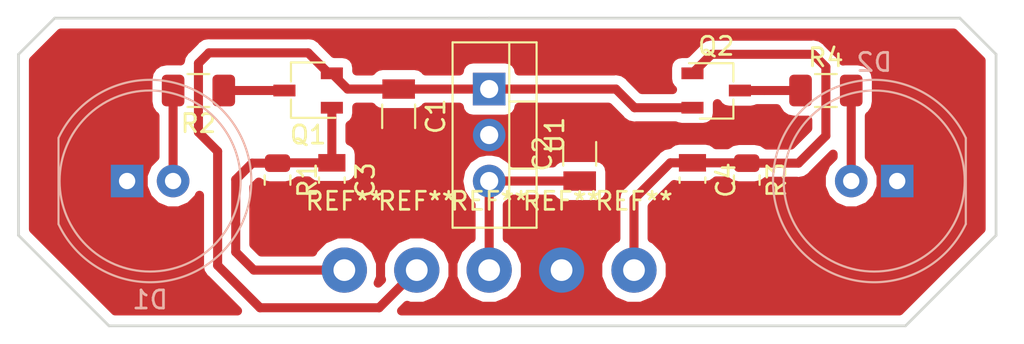
<source format=kicad_pcb>
(kicad_pcb (version 20171130) (host pcbnew "(5.0.0)")

  (general
    (thickness 1.6)
    (drawings 9)
    (tracks 72)
    (zones 0)
    (modules 18)
    (nets 10)
  )

  (page A4)
  (layers
    (0 F.Cu signal)
    (31 B.Cu signal)
    (32 B.Adhes user)
    (33 F.Adhes user)
    (34 B.Paste user)
    (35 F.Paste user)
    (36 B.SilkS user)
    (37 F.SilkS user)
    (38 B.Mask user)
    (39 F.Mask user)
    (40 Dwgs.User user)
    (41 Cmts.User user)
    (42 Eco1.User user)
    (43 Eco2.User user)
    (44 Edge.Cuts user)
    (45 Margin user)
    (46 B.CrtYd user)
    (47 F.CrtYd user)
    (48 B.Fab user)
    (49 F.Fab user)
  )

  (setup
    (last_trace_width 0.5)
    (trace_clearance 0.5)
    (zone_clearance 0.508)
    (zone_45_only no)
    (trace_min 0.2)
    (segment_width 0.2)
    (edge_width 0.15)
    (via_size 0.8)
    (via_drill 0.4)
    (via_min_size 0.4)
    (via_min_drill 0.3)
    (uvia_size 0.3)
    (uvia_drill 0.1)
    (uvias_allowed no)
    (uvia_min_size 0.2)
    (uvia_min_drill 0.1)
    (pcb_text_width 0.3)
    (pcb_text_size 1.5 1.5)
    (mod_edge_width 0.15)
    (mod_text_size 1 1)
    (mod_text_width 0.15)
    (pad_size 2.49936 2.49936)
    (pad_drill 1.2)
    (pad_to_mask_clearance 0.2)
    (aux_axis_origin 0 0)
    (visible_elements 7FFFFFFF)
    (pcbplotparams
      (layerselection 0x01000_ffffffff)
      (usegerberextensions false)
      (usegerberattributes false)
      (usegerberadvancedattributes false)
      (creategerberjobfile false)
      (excludeedgelayer true)
      (linewidth 0.100000)
      (plotframeref false)
      (viasonmask false)
      (mode 1)
      (useauxorigin false)
      (hpglpennumber 1)
      (hpglpenspeed 20)
      (hpglpendiameter 15.000000)
      (psnegative false)
      (psa4output false)
      (plotreference false)
      (plotvalue false)
      (plotinvisibletext false)
      (padsonsilk true)
      (subtractmaskfromsilk false)
      (outputformat 1)
      (mirror false)
      (drillshape 0)
      (scaleselection 1)
      (outputdirectory "gerber/"))
  )

  (net 0 "")
  (net 1 GND)
  (net 2 "Net-(D1-Pad2)")
  (net 3 "Net-(D2-Pad2)")
  (net 4 +12V)
  (net 5 /IMD)
  (net 6 /BMS)
  (net 7 "Net-(Q1-Pad3)")
  (net 8 "Net-(Q2-Pad3)")
  (net 9 +5V)

  (net_class Default "Questo è il gruppo di collegamenti predefinito"
    (clearance 0.5)
    (trace_width 0.5)
    (via_dia 0.8)
    (via_drill 0.4)
    (uvia_dia 0.3)
    (uvia_drill 0.1)
    (add_net +12V)
    (add_net +5V)
    (add_net /BMS)
    (add_net /IMD)
    (add_net GND)
    (add_net "Net-(D1-Pad2)")
    (add_net "Net-(D2-Pad2)")
    (add_net "Net-(Q1-Pad3)")
    (add_net "Net-(Q2-Pad3)")
  )

  (module Capacitor_SMD:C_0805_2012Metric (layer F.Cu) (tedit 59FE48B8) (tstamp 5B6C4C2B)
    (at 151.23 109.95 270)
    (descr "Capacitor SMD 0805 (2012 Metric), square (rectangular) end terminal, IPC_7351 nominal, (Body size source: http://www.tortai-tech.com/upload/download/2011102023233369053.pdf), generated with kicad-footprint-generator")
    (tags capacitor)
    (path /5B6BF9C0)
    (attr smd)
    (fp_text reference C4 (at 0 -1.85 270) (layer F.SilkS)
      (effects (font (size 1 1) (thickness 0.15)))
    )
    (fp_text value 100n (at 0 1.85 270) (layer F.Fab)
      (effects (font (size 1 1) (thickness 0.15)))
    )
    (fp_text user %R (at 0 0 270) (layer F.Fab)
      (effects (font (size 0.5 0.5) (thickness 0.08)))
    )
    (fp_line (start 1.69 1) (end -1.69 1) (layer F.CrtYd) (width 0.05))
    (fp_line (start 1.69 -1) (end 1.69 1) (layer F.CrtYd) (width 0.05))
    (fp_line (start -1.69 -1) (end 1.69 -1) (layer F.CrtYd) (width 0.05))
    (fp_line (start -1.69 1) (end -1.69 -1) (layer F.CrtYd) (width 0.05))
    (fp_line (start -0.15 0.71) (end 0.15 0.71) (layer F.SilkS) (width 0.12))
    (fp_line (start -0.15 -0.71) (end 0.15 -0.71) (layer F.SilkS) (width 0.12))
    (fp_line (start 1 0.6) (end -1 0.6) (layer F.Fab) (width 0.1))
    (fp_line (start 1 -0.6) (end 1 0.6) (layer F.Fab) (width 0.1))
    (fp_line (start -1 -0.6) (end 1 -0.6) (layer F.Fab) (width 0.1))
    (fp_line (start -1 0.6) (end -1 -0.6) (layer F.Fab) (width 0.1))
    (pad 2 smd rect (at 0.955 0 270) (size 0.97 1.5) (layers F.Cu F.Paste F.Mask)
      (net 1 GND))
    (pad 1 smd rect (at -0.955 0 270) (size 0.97 1.5) (layers F.Cu F.Paste F.Mask)
      (net 6 /BMS))
    (model ${KISYS3DMOD}/Capacitor_SMD.3dshapes/C_0805_2012Metric.step
      (at (xyz 0 0 0))
      (scale (xyz 1 1 1))
      (rotate (xyz 0 0 0))
    )
  )

  (module Capacitor_SMD:C_1206_3216Metric (layer F.Cu) (tedit 59FE48B8) (tstamp 5B6C4FB8)
    (at 145 108.495 90)
    (descr "Capacitor SMD 1206 (3216 Metric), square (rectangular) end terminal, IPC_7351 nominal, (Body size source: http://www.tortai-tech.com/upload/download/2011102023233369053.pdf), generated with kicad-footprint-generator")
    (tags capacitor)
    (path /5B5F6C5E)
    (attr smd)
    (fp_text reference C2 (at 0 -2.05 90) (layer F.SilkS)
      (effects (font (size 1 1) (thickness 0.15)))
    )
    (fp_text value 22u (at 0 2.05 90) (layer F.Fab)
      (effects (font (size 1 1) (thickness 0.15)))
    )
    (fp_text user %R (at 0 0 90) (layer F.Fab)
      (effects (font (size 0.8 0.8) (thickness 0.12)))
    )
    (fp_line (start 2.29 1.15) (end -2.29 1.15) (layer F.CrtYd) (width 0.05))
    (fp_line (start 2.29 -1.15) (end 2.29 1.15) (layer F.CrtYd) (width 0.05))
    (fp_line (start -2.29 -1.15) (end 2.29 -1.15) (layer F.CrtYd) (width 0.05))
    (fp_line (start -2.29 1.15) (end -2.29 -1.15) (layer F.CrtYd) (width 0.05))
    (fp_line (start -0.65 0.91) (end 0.65 0.91) (layer F.SilkS) (width 0.12))
    (fp_line (start -0.65 -0.91) (end 0.65 -0.91) (layer F.SilkS) (width 0.12))
    (fp_line (start 1.6 0.8) (end -1.6 0.8) (layer F.Fab) (width 0.1))
    (fp_line (start 1.6 -0.8) (end 1.6 0.8) (layer F.Fab) (width 0.1))
    (fp_line (start -1.6 -0.8) (end 1.6 -0.8) (layer F.Fab) (width 0.1))
    (fp_line (start -1.6 0.8) (end -1.6 -0.8) (layer F.Fab) (width 0.1))
    (pad 2 smd rect (at 1.505 0 90) (size 1.07 1.8) (layers F.Cu F.Paste F.Mask)
      (net 1 GND))
    (pad 1 smd rect (at -1.505 0 90) (size 1.07 1.8) (layers F.Cu F.Paste F.Mask)
      (net 9 +5V))
    (model ${KISYS3DMOD}/Capacitor_SMD.3dshapes/C_1206_3216Metric.step
      (at (xyz 0 0 0))
      (scale (xyz 1 1 1))
      (rotate (xyz 0 0 0))
    )
  )

  (module Capacitor_SMD:C_0805_2012Metric (layer F.Cu) (tedit 59FE48B8) (tstamp 5B6C4405)
    (at 131.31 109.95 270)
    (descr "Capacitor SMD 0805 (2012 Metric), square (rectangular) end terminal, IPC_7351 nominal, (Body size source: http://www.tortai-tech.com/upload/download/2011102023233369053.pdf), generated with kicad-footprint-generator")
    (tags capacitor)
    (path /5B6BF373)
    (attr smd)
    (fp_text reference C3 (at 0 -1.85 270) (layer F.SilkS)
      (effects (font (size 1 1) (thickness 0.15)))
    )
    (fp_text value 100n (at 0 1.85 270) (layer F.Fab)
      (effects (font (size 1 1) (thickness 0.15)))
    )
    (fp_line (start -1 0.6) (end -1 -0.6) (layer F.Fab) (width 0.1))
    (fp_line (start -1 -0.6) (end 1 -0.6) (layer F.Fab) (width 0.1))
    (fp_line (start 1 -0.6) (end 1 0.6) (layer F.Fab) (width 0.1))
    (fp_line (start 1 0.6) (end -1 0.6) (layer F.Fab) (width 0.1))
    (fp_line (start -0.15 -0.71) (end 0.15 -0.71) (layer F.SilkS) (width 0.12))
    (fp_line (start -0.15 0.71) (end 0.15 0.71) (layer F.SilkS) (width 0.12))
    (fp_line (start -1.69 1) (end -1.69 -1) (layer F.CrtYd) (width 0.05))
    (fp_line (start -1.69 -1) (end 1.69 -1) (layer F.CrtYd) (width 0.05))
    (fp_line (start 1.69 -1) (end 1.69 1) (layer F.CrtYd) (width 0.05))
    (fp_line (start 1.69 1) (end -1.69 1) (layer F.CrtYd) (width 0.05))
    (fp_text user %R (at 0 0 270) (layer F.Fab)
      (effects (font (size 0.5 0.5) (thickness 0.08)))
    )
    (pad 1 smd rect (at -0.955 0 270) (size 0.97 1.5) (layers F.Cu F.Paste F.Mask)
      (net 5 /IMD))
    (pad 2 smd rect (at 0.955 0 270) (size 0.97 1.5) (layers F.Cu F.Paste F.Mask)
      (net 1 GND))
    (model ${KISYS3DMOD}/Capacitor_SMD.3dshapes/C_0805_2012Metric.step
      (at (xyz 0 0 0))
      (scale (xyz 1 1 1))
      (rotate (xyz 0 0 0))
    )
  )

  (module Package_TO_SOT_THT:TO-220-3_Vertical (layer F.Cu) (tedit 5A02FF81) (tstamp 5B6C4EBD)
    (at 140 104.92 270)
    (descr "TO-220-3, Vertical, RM 2.54mm")
    (tags "TO-220-3 Vertical RM 2.54mm")
    (path /5B5F4E90)
    (fp_text reference U1 (at 2.54 -3.62 270) (layer F.SilkS)
      (effects (font (size 1 1) (thickness 0.15)))
    )
    (fp_text value VXO7805-500 (at 2.54 3.92 270) (layer F.Fab)
      (effects (font (size 1 1) (thickness 0.15)))
    )
    (fp_text user %R (at 2.54 -3.62 270) (layer F.Fab)
      (effects (font (size 1 1) (thickness 0.15)))
    )
    (fp_line (start -2.46 -2.5) (end -2.46 1.9) (layer F.Fab) (width 0.1))
    (fp_line (start -2.46 1.9) (end 7.54 1.9) (layer F.Fab) (width 0.1))
    (fp_line (start 7.54 1.9) (end 7.54 -2.5) (layer F.Fab) (width 0.1))
    (fp_line (start 7.54 -2.5) (end -2.46 -2.5) (layer F.Fab) (width 0.1))
    (fp_line (start -2.46 -1.23) (end 7.54 -1.23) (layer F.Fab) (width 0.1))
    (fp_line (start 0.69 -2.5) (end 0.69 -1.23) (layer F.Fab) (width 0.1))
    (fp_line (start 4.39 -2.5) (end 4.39 -1.23) (layer F.Fab) (width 0.1))
    (fp_line (start -2.58 -2.62) (end 7.66 -2.62) (layer F.SilkS) (width 0.12))
    (fp_line (start -2.58 2.021) (end 7.66 2.021) (layer F.SilkS) (width 0.12))
    (fp_line (start -2.58 -2.62) (end -2.58 2.021) (layer F.SilkS) (width 0.12))
    (fp_line (start 7.66 -2.62) (end 7.66 2.021) (layer F.SilkS) (width 0.12))
    (fp_line (start -2.58 -1.11) (end 7.66 -1.11) (layer F.SilkS) (width 0.12))
    (fp_line (start 0.69 -2.62) (end 0.69 -1.11) (layer F.SilkS) (width 0.12))
    (fp_line (start 4.391 -2.62) (end 4.391 -1.11) (layer F.SilkS) (width 0.12))
    (fp_line (start -2.71 -2.75) (end -2.71 2.16) (layer F.CrtYd) (width 0.05))
    (fp_line (start -2.71 2.16) (end 7.79 2.16) (layer F.CrtYd) (width 0.05))
    (fp_line (start 7.79 2.16) (end 7.79 -2.75) (layer F.CrtYd) (width 0.05))
    (fp_line (start 7.79 -2.75) (end -2.71 -2.75) (layer F.CrtYd) (width 0.05))
    (pad 1 thru_hole rect (at 0 0 270) (size 1.8 1.8) (drill 1) (layers *.Cu *.Mask)
      (net 4 +12V))
    (pad 2 thru_hole oval (at 2.54 0 270) (size 1.8 1.8) (drill 1) (layers *.Cu *.Mask)
      (net 1 GND))
    (pad 3 thru_hole oval (at 5.08 0 270) (size 1.8 1.8) (drill 1) (layers *.Cu *.Mask)
      (net 9 +5V))
  )

  (module Capacitor_SMD:C_1206_3216Metric (layer F.Cu) (tedit 59FE48B8) (tstamp 5B6C43E3)
    (at 135 106.425 270)
    (descr "Capacitor SMD 1206 (3216 Metric), square (rectangular) end terminal, IPC_7351 nominal, (Body size source: http://www.tortai-tech.com/upload/download/2011102023233369053.pdf), generated with kicad-footprint-generator")
    (tags capacitor)
    (path /5B5F67CA)
    (attr smd)
    (fp_text reference C1 (at 0 -2.05 270) (layer F.SilkS)
      (effects (font (size 1 1) (thickness 0.15)))
    )
    (fp_text value 10u (at 0 2.05 270) (layer F.Fab)
      (effects (font (size 1 1) (thickness 0.15)))
    )
    (fp_line (start -1.6 0.8) (end -1.6 -0.8) (layer F.Fab) (width 0.1))
    (fp_line (start -1.6 -0.8) (end 1.6 -0.8) (layer F.Fab) (width 0.1))
    (fp_line (start 1.6 -0.8) (end 1.6 0.8) (layer F.Fab) (width 0.1))
    (fp_line (start 1.6 0.8) (end -1.6 0.8) (layer F.Fab) (width 0.1))
    (fp_line (start -0.65 -0.91) (end 0.65 -0.91) (layer F.SilkS) (width 0.12))
    (fp_line (start -0.65 0.91) (end 0.65 0.91) (layer F.SilkS) (width 0.12))
    (fp_line (start -2.29 1.15) (end -2.29 -1.15) (layer F.CrtYd) (width 0.05))
    (fp_line (start -2.29 -1.15) (end 2.29 -1.15) (layer F.CrtYd) (width 0.05))
    (fp_line (start 2.29 -1.15) (end 2.29 1.15) (layer F.CrtYd) (width 0.05))
    (fp_line (start 2.29 1.15) (end -2.29 1.15) (layer F.CrtYd) (width 0.05))
    (fp_text user %R (at 0 0 270) (layer F.Fab)
      (effects (font (size 0.8 0.8) (thickness 0.12)))
    )
    (pad 1 smd rect (at -1.505 0 270) (size 1.07 1.8) (layers F.Cu F.Paste F.Mask)
      (net 4 +12V))
    (pad 2 smd rect (at 1.505 0 270) (size 1.07 1.8) (layers F.Cu F.Paste F.Mask)
      (net 1 GND))
    (model ${KISYS3DMOD}/Capacitor_SMD.3dshapes/C_1206_3216Metric.step
      (at (xyz 0 0 0))
      (scale (xyz 1 1 1))
      (rotate (xyz 0 0 0))
    )
  )

  (module LED_THT:LED_D10.0mm (layer B.Cu) (tedit 587A3A7B) (tstamp 5B6C418D)
    (at 120 110)
    (descr "LED, diameter 10.0mm, 2 pins, http://cdn-reichelt.de/documents/datenblatt/A500/LED10-4500RT%23KIN.pdf")
    (tags "LED diameter 10.0mm 2 pins")
    (path /5B5AEA72)
    (fp_text reference D1 (at 1.27 6.56) (layer B.SilkS)
      (effects (font (size 1 1) (thickness 0.15)) (justify mirror))
    )
    (fp_text value SSL-LX100133SRC/E (at 1.27 -6.56) (layer B.Fab)
      (effects (font (size 1 1) (thickness 0.15)) (justify mirror))
    )
    (fp_arc (start 1.27 0) (end -3.73 2.291288) (angle -310.8) (layer B.Fab) (width 0.1))
    (fp_arc (start 1.27 0) (end -3.79 2.375816) (angle -154.8) (layer B.SilkS) (width 0.12))
    (fp_arc (start 1.27 0) (end -3.79 -2.375816) (angle 154.8) (layer B.SilkS) (width 0.12))
    (fp_circle (center 1.27 0) (end 6.27 0) (layer B.Fab) (width 0.1))
    (fp_circle (center 1.27 0) (end 6.27 0) (layer B.SilkS) (width 0.12))
    (fp_line (start -3.73 2.291288) (end -3.73 -2.291288) (layer B.Fab) (width 0.1))
    (fp_line (start -3.79 2.376) (end -3.79 -2.376) (layer B.SilkS) (width 0.12))
    (fp_line (start -4.55 5.85) (end -4.55 -5.85) (layer B.CrtYd) (width 0.05))
    (fp_line (start -4.55 -5.85) (end 7.1 -5.85) (layer B.CrtYd) (width 0.05))
    (fp_line (start 7.1 -5.85) (end 7.1 5.85) (layer B.CrtYd) (width 0.05))
    (fp_line (start 7.1 5.85) (end -4.55 5.85) (layer B.CrtYd) (width 0.05))
    (pad 1 thru_hole rect (at 0 0) (size 1.8 1.8) (drill 0.9) (layers *.Cu *.Mask)
      (net 1 GND))
    (pad 2 thru_hole circle (at 2.54 0) (size 1.8 1.8) (drill 0.9) (layers *.Cu *.Mask)
      (net 2 "Net-(D1-Pad2)"))
    (model ${KISYS3DMOD}/LED_THT.3dshapes/LED_D10.0mm.step
      (offset (xyz 0 0 -2))
      (scale (xyz 1 1 1))
      (rotate (xyz 0 0 0))
    )
  )

  (module LED_THT:LED_D10.0mm (layer B.Cu) (tedit 587A3A7B) (tstamp 5B5EC5D1)
    (at 162.54 110 180)
    (descr "LED, diameter 10.0mm, 2 pins, http://cdn-reichelt.de/documents/datenblatt/A500/LED10-4500RT%23KIN.pdf")
    (tags "LED diameter 10.0mm 2 pins")
    (path /5B5AEFC6)
    (fp_text reference D2 (at 1.27 6.56 180) (layer B.SilkS)
      (effects (font (size 1 1) (thickness 0.15)) (justify mirror))
    )
    (fp_text value SSL-LX100133SRC/E (at 1.27 -6.56 180) (layer B.Fab)
      (effects (font (size 1 1) (thickness 0.15)) (justify mirror))
    )
    (fp_line (start 7.1 5.85) (end -4.55 5.85) (layer B.CrtYd) (width 0.05))
    (fp_line (start 7.1 -5.85) (end 7.1 5.85) (layer B.CrtYd) (width 0.05))
    (fp_line (start -4.55 -5.85) (end 7.1 -5.85) (layer B.CrtYd) (width 0.05))
    (fp_line (start -4.55 5.85) (end -4.55 -5.85) (layer B.CrtYd) (width 0.05))
    (fp_line (start -3.79 2.376) (end -3.79 -2.376) (layer B.SilkS) (width 0.12))
    (fp_line (start -3.73 2.291288) (end -3.73 -2.291288) (layer B.Fab) (width 0.1))
    (fp_circle (center 1.27 0) (end 6.27 0) (layer B.SilkS) (width 0.12))
    (fp_circle (center 1.27 0) (end 6.27 0) (layer B.Fab) (width 0.1))
    (fp_arc (start 1.27 0) (end -3.79 -2.375816) (angle 154.8) (layer B.SilkS) (width 0.12))
    (fp_arc (start 1.27 0) (end -3.79 2.375816) (angle -154.8) (layer B.SilkS) (width 0.12))
    (fp_arc (start 1.27 0) (end -3.73 2.291288) (angle -310.8) (layer B.Fab) (width 0.1))
    (pad 2 thru_hole circle (at 2.54 0 180) (size 1.8 1.8) (drill 0.9) (layers *.Cu *.Mask)
      (net 3 "Net-(D2-Pad2)"))
    (pad 1 thru_hole rect (at 0 0 180) (size 1.8 1.8) (drill 0.9) (layers *.Cu *.Mask)
      (net 1 GND))
    (model ${KISYS3DMOD}/LED_THT.3dshapes/LED_D10.0mm.step
      (offset (xyz 0 0 -2))
      (scale (xyz 1 1 1))
      (rotate (xyz 0 0 0))
    )
  )

  (module Package_TO_SOT_SMD:TSOT-23 (layer F.Cu) (tedit 5A02FF57) (tstamp 5B5EC5F3)
    (at 130 105 180)
    (descr "3-pin TSOT23 package, http://www.analog.com.tw/pdf/All_In_One.pdf")
    (tags TSOT-23)
    (path /5B5AE784)
    (attr smd)
    (fp_text reference Q1 (at 0 -2.45 180) (layer F.SilkS)
      (effects (font (size 1 1) (thickness 0.15)))
    )
    (fp_text value TSM3401 (at 0 2.5 180) (layer F.Fab)
      (effects (font (size 1 1) (thickness 0.15)))
    )
    (fp_text user %R (at 0 0 270) (layer F.Fab)
      (effects (font (size 0.5 0.5) (thickness 0.075)))
    )
    (fp_line (start 0.95 0.5) (end 0.95 1.55) (layer F.SilkS) (width 0.12))
    (fp_line (start 0.95 1.55) (end -0.9 1.55) (layer F.SilkS) (width 0.12))
    (fp_line (start 0.95 -1.5) (end 0.95 -0.5) (layer F.SilkS) (width 0.12))
    (fp_line (start 0.93 -1.51) (end -1.5 -1.51) (layer F.SilkS) (width 0.12))
    (fp_line (start -0.88 -1) (end -0.43 -1.45) (layer F.Fab) (width 0.1))
    (fp_line (start 0.88 -1.45) (end -0.43 -1.45) (layer F.Fab) (width 0.1))
    (fp_line (start -0.88 -1) (end -0.88 1.45) (layer F.Fab) (width 0.1))
    (fp_line (start 0.88 1.45) (end -0.88 1.45) (layer F.Fab) (width 0.1))
    (fp_line (start 0.88 -1.45) (end 0.88 1.45) (layer F.Fab) (width 0.1))
    (fp_line (start -2.17 -1.7) (end 2.17 -1.7) (layer F.CrtYd) (width 0.05))
    (fp_line (start -2.17 -1.7) (end -2.17 1.7) (layer F.CrtYd) (width 0.05))
    (fp_line (start 2.17 1.7) (end 2.17 -1.7) (layer F.CrtYd) (width 0.05))
    (fp_line (start 2.17 1.7) (end -2.17 1.7) (layer F.CrtYd) (width 0.05))
    (pad 1 smd rect (at -1.31 -0.95 180) (size 1.22 0.65) (layers F.Cu F.Paste F.Mask)
      (net 5 /IMD))
    (pad 2 smd rect (at -1.31 0.95 180) (size 1.22 0.65) (layers F.Cu F.Paste F.Mask)
      (net 4 +12V))
    (pad 3 smd rect (at 1.31 0 180) (size 1.22 0.65) (layers F.Cu F.Paste F.Mask)
      (net 7 "Net-(Q1-Pad3)"))
    (model ${KISYS3DMOD}/Package_TO_SOT_SMD.3dshapes/TSOT-23.step
      (at (xyz 0 0 0))
      (scale (xyz 1 1 1))
      (rotate (xyz 0 0 0))
    )
  )

  (module Package_TO_SOT_SMD:TSOT-23 (layer F.Cu) (tedit 5A02FF57) (tstamp 5B5EC608)
    (at 152.54 105)
    (descr "3-pin TSOT23 package, http://www.analog.com.tw/pdf/All_In_One.pdf")
    (tags TSOT-23)
    (path /5B5AEFA9)
    (attr smd)
    (fp_text reference Q2 (at 0 -2.45) (layer F.SilkS)
      (effects (font (size 1 1) (thickness 0.15)))
    )
    (fp_text value TSM3401 (at 0 2.5) (layer F.Fab)
      (effects (font (size 1 1) (thickness 0.15)))
    )
    (fp_line (start 2.17 1.7) (end -2.17 1.7) (layer F.CrtYd) (width 0.05))
    (fp_line (start 2.17 1.7) (end 2.17 -1.7) (layer F.CrtYd) (width 0.05))
    (fp_line (start -2.17 -1.7) (end -2.17 1.7) (layer F.CrtYd) (width 0.05))
    (fp_line (start -2.17 -1.7) (end 2.17 -1.7) (layer F.CrtYd) (width 0.05))
    (fp_line (start 0.88 -1.45) (end 0.88 1.45) (layer F.Fab) (width 0.1))
    (fp_line (start 0.88 1.45) (end -0.88 1.45) (layer F.Fab) (width 0.1))
    (fp_line (start -0.88 -1) (end -0.88 1.45) (layer F.Fab) (width 0.1))
    (fp_line (start 0.88 -1.45) (end -0.43 -1.45) (layer F.Fab) (width 0.1))
    (fp_line (start -0.88 -1) (end -0.43 -1.45) (layer F.Fab) (width 0.1))
    (fp_line (start 0.93 -1.51) (end -1.5 -1.51) (layer F.SilkS) (width 0.12))
    (fp_line (start 0.95 -1.5) (end 0.95 -0.5) (layer F.SilkS) (width 0.12))
    (fp_line (start 0.95 1.55) (end -0.9 1.55) (layer F.SilkS) (width 0.12))
    (fp_line (start 0.95 0.5) (end 0.95 1.55) (layer F.SilkS) (width 0.12))
    (fp_text user %R (at 0 0 90) (layer F.Fab)
      (effects (font (size 0.5 0.5) (thickness 0.075)))
    )
    (pad 3 smd rect (at 1.31 0) (size 1.22 0.65) (layers F.Cu F.Paste F.Mask)
      (net 8 "Net-(Q2-Pad3)"))
    (pad 2 smd rect (at -1.31 0.95) (size 1.22 0.65) (layers F.Cu F.Paste F.Mask)
      (net 4 +12V))
    (pad 1 smd rect (at -1.31 -0.95) (size 1.22 0.65) (layers F.Cu F.Paste F.Mask)
      (net 6 /BMS))
    (model ${KISYS3DMOD}/Package_TO_SOT_SMD.3dshapes/TSOT-23.step
      (at (xyz 0 0 0))
      (scale (xyz 1 1 1))
      (rotate (xyz 0 0 0))
    )
  )

  (module Resistor_SMD:R_0805_2012Metric (layer F.Cu) (tedit 5B36C52B) (tstamp 5B6C4A3A)
    (at 128.31 109.95 270)
    (descr "Resistor SMD 0805 (2012 Metric), square (rectangular) end terminal, IPC_7351 nominal, (Body size source: https://docs.google.com/spreadsheets/d/1BsfQQcO9C6DZCsRaXUlFlo91Tg2WpOkGARC1WS5S8t0/edit?usp=sharing), generated with kicad-footprint-generator")
    (tags resistor)
    (path /5B5AEC61)
    (attr smd)
    (fp_text reference R1 (at 0 -1.65 270) (layer F.SilkS)
      (effects (font (size 1 1) (thickness 0.15)))
    )
    (fp_text value 1M (at 0 1.65 270) (layer F.Fab)
      (effects (font (size 1 1) (thickness 0.15)))
    )
    (fp_line (start -1 0.6) (end -1 -0.6) (layer F.Fab) (width 0.1))
    (fp_line (start -1 -0.6) (end 1 -0.6) (layer F.Fab) (width 0.1))
    (fp_line (start 1 -0.6) (end 1 0.6) (layer F.Fab) (width 0.1))
    (fp_line (start 1 0.6) (end -1 0.6) (layer F.Fab) (width 0.1))
    (fp_line (start -0.258578 -0.71) (end 0.258578 -0.71) (layer F.SilkS) (width 0.12))
    (fp_line (start -0.258578 0.71) (end 0.258578 0.71) (layer F.SilkS) (width 0.12))
    (fp_line (start -1.68 0.95) (end -1.68 -0.95) (layer F.CrtYd) (width 0.05))
    (fp_line (start -1.68 -0.95) (end 1.68 -0.95) (layer F.CrtYd) (width 0.05))
    (fp_line (start 1.68 -0.95) (end 1.68 0.95) (layer F.CrtYd) (width 0.05))
    (fp_line (start 1.68 0.95) (end -1.68 0.95) (layer F.CrtYd) (width 0.05))
    (fp_text user %R (at 0 0 270) (layer F.Fab)
      (effects (font (size 0.5 0.5) (thickness 0.08)))
    )
    (pad 1 smd roundrect (at -0.9375 0 270) (size 0.975 1.4) (layers F.Cu F.Paste F.Mask) (roundrect_rratio 0.25)
      (net 5 /IMD))
    (pad 2 smd roundrect (at 0.9375 0 270) (size 0.975 1.4) (layers F.Cu F.Paste F.Mask) (roundrect_rratio 0.25)
      (net 1 GND))
    (model ${KISYS3DMOD}/Resistor_SMD.3dshapes/R_0805_2012Metric.step
      (at (xyz 0 0 0))
      (scale (xyz 1 1 1))
      (rotate (xyz 0 0 0))
    )
  )

  (module Resistor_SMD:R_1206_3216Metric (layer F.Cu) (tedit 5B301BBD) (tstamp 5B6C47E5)
    (at 123.94 105 180)
    (descr "Resistor SMD 1206 (3216 Metric), square (rectangular) end terminal, IPC_7351 nominal, (Body size source: http://www.tortai-tech.com/upload/download/2011102023233369053.pdf), generated with kicad-footprint-generator")
    (tags resistor)
    (path /5B5AE955)
    (attr smd)
    (fp_text reference R2 (at 0 -1.82 180) (layer F.SilkS)
      (effects (font (size 1 1) (thickness 0.15)))
    )
    (fp_text value 330 (at 0 1.82 180) (layer F.Fab)
      (effects (font (size 1 1) (thickness 0.15)))
    )
    (fp_line (start -1.6 0.8) (end -1.6 -0.8) (layer F.Fab) (width 0.1))
    (fp_line (start -1.6 -0.8) (end 1.6 -0.8) (layer F.Fab) (width 0.1))
    (fp_line (start 1.6 -0.8) (end 1.6 0.8) (layer F.Fab) (width 0.1))
    (fp_line (start 1.6 0.8) (end -1.6 0.8) (layer F.Fab) (width 0.1))
    (fp_line (start -0.602064 -0.91) (end 0.602064 -0.91) (layer F.SilkS) (width 0.12))
    (fp_line (start -0.602064 0.91) (end 0.602064 0.91) (layer F.SilkS) (width 0.12))
    (fp_line (start -2.28 1.12) (end -2.28 -1.12) (layer F.CrtYd) (width 0.05))
    (fp_line (start -2.28 -1.12) (end 2.28 -1.12) (layer F.CrtYd) (width 0.05))
    (fp_line (start 2.28 -1.12) (end 2.28 1.12) (layer F.CrtYd) (width 0.05))
    (fp_line (start 2.28 1.12) (end -2.28 1.12) (layer F.CrtYd) (width 0.05))
    (fp_text user %R (at 0 0 180) (layer F.Fab)
      (effects (font (size 0.8 0.8) (thickness 0.12)))
    )
    (pad 1 smd roundrect (at -1.4 0 180) (size 1.25 1.75) (layers F.Cu F.Paste F.Mask) (roundrect_rratio 0.2)
      (net 7 "Net-(Q1-Pad3)"))
    (pad 2 smd roundrect (at 1.4 0 180) (size 1.25 1.75) (layers F.Cu F.Paste F.Mask) (roundrect_rratio 0.2)
      (net 2 "Net-(D1-Pad2)"))
    (model ${KISYS3DMOD}/Resistor_SMD.3dshapes/R_1206_3216Metric.step
      (at (xyz 0 0 0))
      (scale (xyz 1 1 1))
      (rotate (xyz 0 0 0))
    )
  )

  (module Resistor_SMD:R_0805_2012Metric (layer F.Cu) (tedit 5B36C52B) (tstamp 5B5EC63B)
    (at 154.23 109.95 270)
    (descr "Resistor SMD 0805 (2012 Metric), square (rectangular) end terminal, IPC_7351 nominal, (Body size source: https://docs.google.com/spreadsheets/d/1BsfQQcO9C6DZCsRaXUlFlo91Tg2WpOkGARC1WS5S8t0/edit?usp=sharing), generated with kicad-footprint-generator")
    (tags resistor)
    (path /5B5AEFCF)
    (attr smd)
    (fp_text reference R3 (at 0 -1.65 270) (layer F.SilkS)
      (effects (font (size 1 1) (thickness 0.15)))
    )
    (fp_text value 1M (at 0 1.65 270) (layer F.Fab)
      (effects (font (size 1 1) (thickness 0.15)))
    )
    (fp_text user %R (at 0 0 270) (layer F.Fab)
      (effects (font (size 0.5 0.5) (thickness 0.08)))
    )
    (fp_line (start 1.68 0.95) (end -1.68 0.95) (layer F.CrtYd) (width 0.05))
    (fp_line (start 1.68 -0.95) (end 1.68 0.95) (layer F.CrtYd) (width 0.05))
    (fp_line (start -1.68 -0.95) (end 1.68 -0.95) (layer F.CrtYd) (width 0.05))
    (fp_line (start -1.68 0.95) (end -1.68 -0.95) (layer F.CrtYd) (width 0.05))
    (fp_line (start -0.258578 0.71) (end 0.258578 0.71) (layer F.SilkS) (width 0.12))
    (fp_line (start -0.258578 -0.71) (end 0.258578 -0.71) (layer F.SilkS) (width 0.12))
    (fp_line (start 1 0.6) (end -1 0.6) (layer F.Fab) (width 0.1))
    (fp_line (start 1 -0.6) (end 1 0.6) (layer F.Fab) (width 0.1))
    (fp_line (start -1 -0.6) (end 1 -0.6) (layer F.Fab) (width 0.1))
    (fp_line (start -1 0.6) (end -1 -0.6) (layer F.Fab) (width 0.1))
    (pad 2 smd roundrect (at 0.9375 0 270) (size 0.975 1.4) (layers F.Cu F.Paste F.Mask) (roundrect_rratio 0.25)
      (net 1 GND))
    (pad 1 smd roundrect (at -0.9375 0 270) (size 0.975 1.4) (layers F.Cu F.Paste F.Mask) (roundrect_rratio 0.25)
      (net 6 /BMS))
    (model ${KISYS3DMOD}/Resistor_SMD.3dshapes/R_0805_2012Metric.step
      (at (xyz 0 0 0))
      (scale (xyz 1 1 1))
      (rotate (xyz 0 0 0))
    )
  )

  (module Resistor_SMD:R_1206_3216Metric (layer F.Cu) (tedit 5B301BBD) (tstamp 5B5EC64C)
    (at 158.6 105)
    (descr "Resistor SMD 1206 (3216 Metric), square (rectangular) end terminal, IPC_7351 nominal, (Body size source: http://www.tortai-tech.com/upload/download/2011102023233369053.pdf), generated with kicad-footprint-generator")
    (tags resistor)
    (path /5B5AEFB7)
    (attr smd)
    (fp_text reference R4 (at 0 -1.82) (layer F.SilkS)
      (effects (font (size 1 1) (thickness 0.15)))
    )
    (fp_text value 330 (at 0 1.82) (layer F.Fab)
      (effects (font (size 1 1) (thickness 0.15)))
    )
    (fp_text user %R (at 0 0) (layer F.Fab)
      (effects (font (size 0.8 0.8) (thickness 0.12)))
    )
    (fp_line (start 2.28 1.12) (end -2.28 1.12) (layer F.CrtYd) (width 0.05))
    (fp_line (start 2.28 -1.12) (end 2.28 1.12) (layer F.CrtYd) (width 0.05))
    (fp_line (start -2.28 -1.12) (end 2.28 -1.12) (layer F.CrtYd) (width 0.05))
    (fp_line (start -2.28 1.12) (end -2.28 -1.12) (layer F.CrtYd) (width 0.05))
    (fp_line (start -0.602064 0.91) (end 0.602064 0.91) (layer F.SilkS) (width 0.12))
    (fp_line (start -0.602064 -0.91) (end 0.602064 -0.91) (layer F.SilkS) (width 0.12))
    (fp_line (start 1.6 0.8) (end -1.6 0.8) (layer F.Fab) (width 0.1))
    (fp_line (start 1.6 -0.8) (end 1.6 0.8) (layer F.Fab) (width 0.1))
    (fp_line (start -1.6 -0.8) (end 1.6 -0.8) (layer F.Fab) (width 0.1))
    (fp_line (start -1.6 0.8) (end -1.6 -0.8) (layer F.Fab) (width 0.1))
    (pad 2 smd roundrect (at 1.4 0) (size 1.25 1.75) (layers F.Cu F.Paste F.Mask) (roundrect_rratio 0.2)
      (net 3 "Net-(D2-Pad2)"))
    (pad 1 smd roundrect (at -1.4 0) (size 1.25 1.75) (layers F.Cu F.Paste F.Mask) (roundrect_rratio 0.2)
      (net 8 "Net-(Q2-Pad3)"))
    (model ${KISYS3DMOD}/Resistor_SMD.3dshapes/R_1206_3216Metric.step
      (at (xyz 0 0 0))
      (scale (xyz 1 1 1))
      (rotate (xyz 0 0 0))
    )
  )

  (module Connector_Wire:SolderWirePad_single_1mmDrill (layer F.Cu) (tedit 5B6BFADD) (tstamp 5B783C29)
    (at 148 114.92)
    (descr "Wire solder connection")
    (tags connector)
    (attr virtual)
    (fp_text reference REF** (at 0 -3.81) (layer F.SilkS)
      (effects (font (size 1 1) (thickness 0.15)))
    )
    (fp_text value SolderWirePad_single_1mmDrill (at -1.905 3.175) (layer F.Fab)
      (effects (font (size 1 1) (thickness 0.15)))
    )
    (fp_line (start 1.75 1.75) (end -1.75 1.75) (layer F.CrtYd) (width 0.05))
    (fp_line (start 1.75 1.75) (end 1.75 -1.75) (layer F.CrtYd) (width 0.05))
    (fp_line (start -1.75 -1.75) (end -1.75 1.75) (layer F.CrtYd) (width 0.05))
    (fp_line (start -1.75 -1.75) (end 1.75 -1.75) (layer F.CrtYd) (width 0.05))
    (fp_text user %R (at 0 0) (layer F.Fab)
      (effects (font (size 1 1) (thickness 0.15)))
    )
    (pad 1 thru_hole circle (at 0 0) (size 2.49936 2.49936) (drill 1.2) (layers *.Cu *.Mask)
      (net 6 /BMS))
  )

  (module Connector_Wire:SolderWirePad_single_1mmDrill (layer F.Cu) (tedit 5B6BFAD8) (tstamp 5B783C6D)
    (at 144 114.92)
    (descr "Wire solder connection")
    (tags connector)
    (attr virtual)
    (fp_text reference REF** (at 0 -3.81) (layer F.SilkS)
      (effects (font (size 1 1) (thickness 0.15)))
    )
    (fp_text value SolderWirePad_single_1mmDrill (at -1.905 3.175) (layer F.Fab)
      (effects (font (size 1 1) (thickness 0.15)))
    )
    (fp_line (start 1.75 1.75) (end -1.75 1.75) (layer F.CrtYd) (width 0.05))
    (fp_line (start 1.75 1.75) (end 1.75 -1.75) (layer F.CrtYd) (width 0.05))
    (fp_line (start -1.75 -1.75) (end -1.75 1.75) (layer F.CrtYd) (width 0.05))
    (fp_line (start -1.75 -1.75) (end 1.75 -1.75) (layer F.CrtYd) (width 0.05))
    (fp_text user %R (at 0 0) (layer F.Fab)
      (effects (font (size 1 1) (thickness 0.15)))
    )
    (pad 1 thru_hole circle (at 0 0) (size 2.49936 2.49936) (drill 1.2) (layers *.Cu *.Mask)
      (net 1 GND))
  )

  (module Connector_Wire:SolderWirePad_single_1mmDrill (layer F.Cu) (tedit 5B6BFAD3) (tstamp 5B783C96)
    (at 140 114.92)
    (descr "Wire solder connection")
    (tags connector)
    (attr virtual)
    (fp_text reference REF** (at 0 -3.81) (layer F.SilkS)
      (effects (font (size 1 1) (thickness 0.15)))
    )
    (fp_text value SolderWirePad_single_1mmDrill (at -1.905 3.175) (layer F.Fab)
      (effects (font (size 1 1) (thickness 0.15)))
    )
    (fp_line (start 1.75 1.75) (end -1.75 1.75) (layer F.CrtYd) (width 0.05))
    (fp_line (start 1.75 1.75) (end 1.75 -1.75) (layer F.CrtYd) (width 0.05))
    (fp_line (start -1.75 -1.75) (end -1.75 1.75) (layer F.CrtYd) (width 0.05))
    (fp_line (start -1.75 -1.75) (end 1.75 -1.75) (layer F.CrtYd) (width 0.05))
    (fp_text user %R (at 0 0) (layer F.Fab)
      (effects (font (size 1 1) (thickness 0.15)))
    )
    (pad 1 thru_hole circle (at 0 0) (size 2.49936 2.49936) (drill 1.2) (layers *.Cu *.Mask)
      (net 9 +5V))
  )

  (module Connector_Wire:SolderWirePad_single_1mmDrill (layer F.Cu) (tedit 5B6BFAC7) (tstamp 5B783CDE)
    (at 132 114.92)
    (descr "Wire solder connection")
    (tags connector)
    (attr virtual)
    (fp_text reference REF** (at 0 -3.81) (layer F.SilkS)
      (effects (font (size 1 1) (thickness 0.15)))
    )
    (fp_text value SolderWirePad_single_1mmDrill (at -1.905 3.175) (layer F.Fab)
      (effects (font (size 1 1) (thickness 0.15)))
    )
    (fp_line (start 1.75 1.75) (end -1.75 1.75) (layer F.CrtYd) (width 0.05))
    (fp_line (start 1.75 1.75) (end 1.75 -1.75) (layer F.CrtYd) (width 0.05))
    (fp_line (start -1.75 -1.75) (end -1.75 1.75) (layer F.CrtYd) (width 0.05))
    (fp_line (start -1.75 -1.75) (end 1.75 -1.75) (layer F.CrtYd) (width 0.05))
    (fp_text user %R (at 0 0) (layer F.Fab)
      (effects (font (size 1 1) (thickness 0.15)))
    )
    (pad 1 thru_hole circle (at 0 0) (size 2.49936 2.49936) (drill 1.2) (layers *.Cu *.Mask)
      (net 5 /IMD))
  )

  (module Connector_Wire:SolderWirePad_single_1mmDrill (layer F.Cu) (tedit 5B6BFACD) (tstamp 5B783D43)
    (at 136 114.92)
    (descr "Wire solder connection")
    (tags connector)
    (attr virtual)
    (fp_text reference REF** (at 0 -3.81) (layer F.SilkS)
      (effects (font (size 1 1) (thickness 0.15)))
    )
    (fp_text value SolderWirePad_single_1mmDrill (at -1.905 3.175) (layer F.Fab)
      (effects (font (size 1 1) (thickness 0.15)))
    )
    (fp_line (start 1.75 1.75) (end -1.75 1.75) (layer F.CrtYd) (width 0.05))
    (fp_line (start 1.75 1.75) (end 1.75 -1.75) (layer F.CrtYd) (width 0.05))
    (fp_line (start -1.75 -1.75) (end -1.75 1.75) (layer F.CrtYd) (width 0.05))
    (fp_line (start -1.75 -1.75) (end 1.75 -1.75) (layer F.CrtYd) (width 0.05))
    (fp_text user %R (at 0 0) (layer F.Fab)
      (effects (font (size 1 1) (thickness 0.15)))
    )
    (pad 1 thru_hole circle (at 0 0) (size 2.49936 2.49936) (drill 1.2) (layers *.Cu *.Mask)
      (net 4 +12V))
  )

  (gr_line (start 116 101) (end 140 101) (layer Edge.Cuts) (width 0.15))
  (gr_line (start 114 103) (end 116 101) (layer Edge.Cuts) (width 0.15))
  (gr_line (start 114 113) (end 114 103) (layer Edge.Cuts) (width 0.15))
  (gr_line (start 119 118) (end 114 113) (layer Edge.Cuts) (width 0.15))
  (gr_line (start 163 118) (end 119 118) (layer Edge.Cuts) (width 0.15))
  (gr_line (start 168 113) (end 163 118) (layer Edge.Cuts) (width 0.15))
  (gr_line (start 168 103) (end 168 113) (layer Edge.Cuts) (width 0.15))
  (gr_line (start 166 101) (end 168 103) (layer Edge.Cuts) (width 0.15))
  (gr_line (start 140 101) (end 166 101) (layer Edge.Cuts) (width 0.15))

  (segment (start 131.2925 110.8875) (end 131.31 110.905) (width 0.5) (layer F.Cu) (net 1))
  (segment (start 128.31 110.8875) (end 131.2925 110.8875) (width 0.5) (layer F.Cu) (net 1))
  (segment (start 140.47 106.99) (end 140 107.46) (width 0.5) (layer F.Cu) (net 1))
  (segment (start 145 106.99) (end 140.47 106.99) (width 0.5) (layer F.Cu) (net 1))
  (segment (start 154.2125 110.905) (end 154.23 110.8875) (width 0.5) (layer F.Cu) (net 1))
  (segment (start 151.23 110.905) (end 154.2125 110.905) (width 0.5) (layer F.Cu) (net 1))
  (segment (start 154.23 110.8875) (end 157.9675 110.8875) (width 0.5) (layer F.Cu) (net 1))
  (segment (start 157.9675 110.8875) (end 159 111.92) (width 0.5) (layer F.Cu) (net 1))
  (segment (start 159 111.92) (end 162 111.92) (width 0.5) (layer F.Cu) (net 1))
  (segment (start 162.54 111.38) (end 162 111.92) (width 0.5) (layer F.Cu) (net 1))
  (segment (start 162.54 110) (end 162.54 111.38) (width 0.5) (layer F.Cu) (net 1))
  (segment (start 139.53 107.93) (end 140 107.46) (width 0.5) (layer F.Cu) (net 1))
  (segment (start 135 107.93) (end 139.53 107.93) (width 0.5) (layer F.Cu) (net 1))
  (segment (start 162.54 104.46) (end 162.54 110) (width 0.5) (layer F.Cu) (net 1))
  (segment (start 160 101.92) (end 162.54 104.46) (width 0.5) (layer F.Cu) (net 1))
  (segment (start 123 101.92) (end 160 101.92) (width 0.5) (layer F.Cu) (net 1))
  (segment (start 120 110) (end 120 104.92) (width 0.5) (layer F.Cu) (net 1))
  (segment (start 120 104.92) (end 123 101.92) (width 0.5) (layer F.Cu) (net 1))
  (segment (start 132.025 110.905) (end 135 107.93) (width 0.5) (layer F.Cu) (net 1))
  (segment (start 131.31 110.905) (end 132.025 110.905) (width 0.5) (layer F.Cu) (net 1))
  (segment (start 145.99 106.99) (end 145 106.99) (width 0.5) (layer F.Cu) (net 1))
  (segment (start 147 108) (end 145.99 106.99) (width 0.5) (layer F.Cu) (net 1))
  (segment (start 147 111) (end 147 108) (width 0.5) (layer F.Cu) (net 1))
  (segment (start 144 114.92) (end 144 114) (width 0.5) (layer F.Cu) (net 1))
  (segment (start 144 114) (end 147 111) (width 0.5) (layer F.Cu) (net 1))
  (segment (start 144 114.92) (end 144 115) (width 0.5) (layer F.Cu) (net 1))
  (segment (start 144 115) (end 146 117) (width 0.5) (layer F.Cu) (net 1))
  (segment (start 146 117) (end 150 117) (width 0.5) (layer F.Cu) (net 1))
  (segment (start 151.23 115.77) (end 151.23 110.905) (width 0.5) (layer F.Cu) (net 1))
  (segment (start 150 117) (end 151.23 115.77) (width 0.5) (layer F.Cu) (net 1))
  (segment (start 122.54 110) (end 122.54 105) (width 0.5) (layer F.Cu) (net 2))
  (segment (start 160 105) (end 160 110) (width 0.5) (layer F.Cu) (net 3))
  (segment (start 135 104.92) (end 140 104.92) (width 0.5) (layer F.Cu) (net 4))
  (segment (start 132.18 104.92) (end 131.31 104.05) (width 0.5) (layer F.Cu) (net 4))
  (segment (start 135 104.92) (end 132.18 104.92) (width 0.5) (layer F.Cu) (net 4))
  (segment (start 140 104.92) (end 147 104.92) (width 0.5) (layer F.Cu) (net 4))
  (segment (start 148.03 105.95) (end 151.23 105.95) (width 0.5) (layer F.Cu) (net 4))
  (segment (start 147 104.92) (end 148.03 105.95) (width 0.5) (layer F.Cu) (net 4))
  (segment (start 133.92 117) (end 136 114.92) (width 0.5) (layer F.Cu) (net 4))
  (segment (start 125 114.66) (end 127.34 117) (width 0.5) (layer F.Cu) (net 4))
  (segment (start 127.34 117) (end 133.92 117) (width 0.5) (layer F.Cu) (net 4))
  (segment (start 131.31 104.05) (end 131.13 104.05) (width 0.5) (layer F.Cu) (net 4))
  (segment (start 125 108.36) (end 125 114.66) (width 0.5) (layer F.Cu) (net 4))
  (segment (start 130 102.92) (end 124.52 102.92) (width 0.5) (layer F.Cu) (net 4))
  (segment (start 131.13 104.05) (end 130 102.92) (width 0.5) (layer F.Cu) (net 4))
  (segment (start 124.52 102.92) (end 123.94 103.5) (width 0.5) (layer F.Cu) (net 4))
  (segment (start 123.94 103.5) (end 123.94 107.3) (width 0.5) (layer F.Cu) (net 4))
  (segment (start 123.94 107.3) (end 125 108.36) (width 0.5) (layer F.Cu) (net 4))
  (segment (start 131.31 108.995) (end 131.31 105.95) (width 0.5) (layer F.Cu) (net 5))
  (segment (start 128.3275 108.995) (end 128.31 109.0125) (width 0.5) (layer F.Cu) (net 5))
  (segment (start 131.31 108.995) (end 128.3275 108.995) (width 0.5) (layer F.Cu) (net 5))
  (segment (start 128.31 109.0125) (end 126.9075 109.0125) (width 0.5) (layer F.Cu) (net 5))
  (segment (start 126.9075 109.0125) (end 126 109.92) (width 0.5) (layer F.Cu) (net 5))
  (segment (start 126 109.92) (end 126 113.92) (width 0.5) (layer F.Cu) (net 5))
  (segment (start 127 114.92) (end 132 114.92) (width 0.5) (layer F.Cu) (net 5))
  (segment (start 126 113.92) (end 127 114.92) (width 0.5) (layer F.Cu) (net 5))
  (segment (start 154.2125 108.995) (end 154.23 109.0125) (width 0.5) (layer F.Cu) (net 6))
  (segment (start 151.23 108.995) (end 154.2125 108.995) (width 0.5) (layer F.Cu) (net 6))
  (segment (start 154.23 109.0125) (end 157.0875 109.0125) (width 0.5) (layer F.Cu) (net 6))
  (segment (start 157.0875 109.0125) (end 158.6 107.5) (width 0.5) (layer F.Cu) (net 6))
  (segment (start 158.6 107.5) (end 158.6 103.7) (width 0.5) (layer F.Cu) (net 6))
  (segment (start 158.6 103.7) (end 157.9 103) (width 0.5) (layer F.Cu) (net 6))
  (segment (start 152.28 103) (end 151.23 104.05) (width 0.5) (layer F.Cu) (net 6))
  (segment (start 157.9 103) (end 152.28 103) (width 0.5) (layer F.Cu) (net 6))
  (segment (start 148 114.92) (end 148 111) (width 0.5) (layer F.Cu) (net 6))
  (segment (start 150.005 108.995) (end 151.23 108.995) (width 0.5) (layer F.Cu) (net 6))
  (segment (start 148 111) (end 150.005 108.995) (width 0.5) (layer F.Cu) (net 6))
  (segment (start 125.34 105) (end 128.69 105) (width 0.5) (layer F.Cu) (net 7))
  (segment (start 155.205001 105) (end 157.2 105) (width 0.5) (layer F.Cu) (net 8))
  (segment (start 153.85 105) (end 155.205001 105) (width 0.5) (layer F.Cu) (net 8))
  (segment (start 140 110) (end 145 110) (width 0.5) (layer F.Cu) (net 9))
  (segment (start 140 114.92) (end 140 110) (width 0.5) (layer F.Cu) (net 9))

  (zone (net 1) (net_name GND) (layer F.Cu) (tstamp 5B7A5C8A) (hatch edge 0.508)
    (connect_pads yes (clearance 0.5))
    (min_thickness 0.5)
    (fill yes (arc_segments 16) (thermal_gap 0.508) (thermal_bridge_width 0.508))
    (polygon
      (pts
        (xy 113 100) (xy 113 119) (xy 169 119) (xy 169 100)
      )
    )
    (filled_polygon
      (pts
        (xy 167.175 103.341727) (xy 167.175001 112.658273) (xy 162.658275 117.175) (xy 135.159212 117.175) (xy 135.46951 116.864702)
        (xy 135.602239 116.91968) (xy 136.397761 116.91968) (xy 137.132728 116.615247) (xy 137.695247 116.052728) (xy 137.99968 115.317761)
        (xy 137.99968 114.522239) (xy 138.00032 114.522239) (xy 138.00032 115.317761) (xy 138.304753 116.052728) (xy 138.867272 116.615247)
        (xy 139.602239 116.91968) (xy 140.397761 116.91968) (xy 141.132728 116.615247) (xy 141.695247 116.052728) (xy 141.99968 115.317761)
        (xy 141.99968 114.522239) (xy 141.695247 113.787272) (xy 141.132728 113.224753) (xy 141 113.169775) (xy 141 111.316259)
        (xy 141.189583 111.189583) (xy 141.316259 111) (xy 143.508686 111) (xy 143.55928 111.07572) (xy 143.807365 111.241484)
        (xy 144.1 111.299693) (xy 145.9 111.299693) (xy 146.192635 111.241484) (xy 146.44072 111.07572) (xy 146.606484 110.827635)
        (xy 146.664693 110.535) (xy 146.664693 109.465) (xy 146.606484 109.172365) (xy 146.44072 108.92428) (xy 146.192635 108.758516)
        (xy 145.9 108.700307) (xy 144.1 108.700307) (xy 143.807365 108.758516) (xy 143.55928 108.92428) (xy 143.508686 109)
        (xy 141.316259 109) (xy 141.189583 108.810417) (xy 140.643798 108.445734) (xy 140.162509 108.35) (xy 139.837491 108.35)
        (xy 139.356202 108.445734) (xy 138.810417 108.810417) (xy 138.445734 109.356202) (xy 138.317675 110) (xy 138.445734 110.643798)
        (xy 138.810417 111.189583) (xy 139.000001 111.316259) (xy 139 113.169775) (xy 138.867272 113.224753) (xy 138.304753 113.787272)
        (xy 138.00032 114.522239) (xy 137.99968 114.522239) (xy 137.695247 113.787272) (xy 137.132728 113.224753) (xy 136.397761 112.92032)
        (xy 135.602239 112.92032) (xy 134.867272 113.224753) (xy 134.304753 113.787272) (xy 134.00032 114.522239) (xy 134.00032 115.317761)
        (xy 134.055298 115.45049) (xy 133.866499 115.639289) (xy 133.99968 115.317761) (xy 133.99968 114.522239) (xy 133.695247 113.787272)
        (xy 133.132728 113.224753) (xy 132.397761 112.92032) (xy 131.602239 112.92032) (xy 130.867272 113.224753) (xy 130.304753 113.787272)
        (xy 130.249775 113.92) (xy 127.414213 113.92) (xy 127 113.505787) (xy 127 110.334212) (xy 127.275079 110.059134)
        (xy 127.467836 110.18793) (xy 127.85375 110.264693) (xy 128.76625 110.264693) (xy 129.152164 110.18793) (xy 129.440905 109.995)
        (xy 130.002095 109.995) (xy 130.01928 110.02072) (xy 130.267365 110.186484) (xy 130.56 110.244693) (xy 132.06 110.244693)
        (xy 132.352635 110.186484) (xy 132.60072 110.02072) (xy 132.766484 109.772635) (xy 132.824693 109.48) (xy 132.824693 108.51)
        (xy 132.766484 108.217365) (xy 132.60072 107.96928) (xy 132.352635 107.803516) (xy 132.31 107.795035) (xy 132.31 106.916427)
        (xy 132.46072 106.81572) (xy 132.626484 106.567635) (xy 132.684693 106.275) (xy 132.684693 105.92) (xy 133.508686 105.92)
        (xy 133.55928 105.99572) (xy 133.807365 106.161484) (xy 134.1 106.219693) (xy 135.9 106.219693) (xy 136.192635 106.161484)
        (xy 136.44072 105.99572) (xy 136.491314 105.92) (xy 138.355198 105.92) (xy 138.393516 106.112635) (xy 138.55928 106.36072)
        (xy 138.807365 106.526484) (xy 139.1 106.584693) (xy 140.9 106.584693) (xy 141.192635 106.526484) (xy 141.44072 106.36072)
        (xy 141.606484 106.112635) (xy 141.644802 105.92) (xy 146.585788 105.92) (xy 147.253247 106.58746) (xy 147.30904 106.67096)
        (xy 147.639819 106.891979) (xy 148.03 106.969591) (xy 148.12849 106.95) (xy 150.280246 106.95) (xy 150.327365 106.981484)
        (xy 150.62 107.039693) (xy 151.84 107.039693) (xy 152.132635 106.981484) (xy 152.38072 106.81572) (xy 152.546484 106.567635)
        (xy 152.604693 106.275) (xy 152.604693 105.72416) (xy 152.69928 105.86572) (xy 152.947365 106.031484) (xy 153.24 106.089693)
        (xy 154.46 106.089693) (xy 154.752635 106.031484) (xy 154.799754 106) (xy 155.884899 106) (xy 155.887546 106.013306)
        (xy 156.107504 106.342496) (xy 156.436694 106.562454) (xy 156.825 106.639693) (xy 157.575 106.639693) (xy 157.6 106.63472)
        (xy 157.6 107.085787) (xy 156.673288 108.0125) (xy 155.334714 108.0125) (xy 155.072164 107.83707) (xy 154.68625 107.760307)
        (xy 153.77375 107.760307) (xy 153.387836 107.83707) (xy 153.151477 107.995) (xy 152.537905 107.995) (xy 152.52072 107.96928)
        (xy 152.272635 107.803516) (xy 151.98 107.745307) (xy 150.48 107.745307) (xy 150.187365 107.803516) (xy 149.93928 107.96928)
        (xy 149.924484 107.991425) (xy 149.776 108.02096) (xy 149.614819 108.053021) (xy 149.28404 108.27404) (xy 149.228247 108.35754)
        (xy 147.36254 110.223248) (xy 147.279041 110.27904) (xy 147.108014 110.535) (xy 147.058021 110.60982) (xy 146.980409 111)
        (xy 147.000001 111.098495) (xy 147 113.169775) (xy 146.867272 113.224753) (xy 146.304753 113.787272) (xy 146.00032 114.522239)
        (xy 146.00032 115.317761) (xy 146.304753 116.052728) (xy 146.867272 116.615247) (xy 147.602239 116.91968) (xy 148.397761 116.91968)
        (xy 149.132728 116.615247) (xy 149.695247 116.052728) (xy 149.99968 115.317761) (xy 149.99968 114.522239) (xy 149.695247 113.787272)
        (xy 149.132728 113.224753) (xy 149 113.169775) (xy 149 111.414212) (xy 150.221032 110.193181) (xy 150.48 110.244693)
        (xy 151.98 110.244693) (xy 152.272635 110.186484) (xy 152.52072 110.02072) (xy 152.537905 109.995) (xy 153.099095 109.995)
        (xy 153.387836 110.18793) (xy 153.77375 110.264693) (xy 154.68625 110.264693) (xy 155.072164 110.18793) (xy 155.334714 110.0125)
        (xy 156.98901 110.0125) (xy 157.0875 110.032091) (xy 157.18599 110.0125) (xy 157.477681 109.954479) (xy 157.80846 109.73346)
        (xy 157.864254 109.649958) (xy 159.000001 108.514212) (xy 159.000001 108.666547) (xy 158.601198 109.06535) (xy 158.35 109.671795)
        (xy 158.35 110.328205) (xy 158.601198 110.93465) (xy 159.06535 111.398802) (xy 159.671795 111.65) (xy 160.328205 111.65)
        (xy 160.93465 111.398802) (xy 161.398802 110.93465) (xy 161.65 110.328205) (xy 161.65 109.671795) (xy 161.398802 109.06535)
        (xy 161 108.666548) (xy 161 106.4043) (xy 161.092496 106.342496) (xy 161.312454 106.013306) (xy 161.389693 105.625)
        (xy 161.389693 104.375) (xy 161.312454 103.986694) (xy 161.092496 103.657504) (xy 160.763306 103.437546) (xy 160.375 103.360307)
        (xy 159.625 103.360307) (xy 159.554799 103.374271) (xy 159.541979 103.309819) (xy 159.505555 103.255307) (xy 159.32096 102.97904)
        (xy 159.237463 102.923249) (xy 158.676754 102.362541) (xy 158.62096 102.27904) (xy 158.290181 102.058021) (xy 157.99849 102)
        (xy 157.9 101.980409) (xy 157.80151 102) (xy 152.378489 102) (xy 152.279999 101.980409) (xy 151.889819 102.058021)
        (xy 151.55904 102.27904) (xy 151.503249 102.362537) (xy 150.90548 102.960307) (xy 150.62 102.960307) (xy 150.327365 103.018516)
        (xy 150.07928 103.18428) (xy 149.913516 103.432365) (xy 149.855307 103.725) (xy 149.855307 104.375) (xy 149.913516 104.667635)
        (xy 150.07928 104.91572) (xy 150.130584 104.95) (xy 148.444213 104.95) (xy 147.776754 104.282542) (xy 147.72096 104.19904)
        (xy 147.390181 103.978021) (xy 147.09849 103.92) (xy 147 103.900409) (xy 146.90151 103.92) (xy 141.644802 103.92)
        (xy 141.606484 103.727365) (xy 141.44072 103.47928) (xy 141.192635 103.313516) (xy 140.9 103.255307) (xy 139.1 103.255307)
        (xy 138.807365 103.313516) (xy 138.55928 103.47928) (xy 138.393516 103.727365) (xy 138.355198 103.92) (xy 136.491314 103.92)
        (xy 136.44072 103.84428) (xy 136.192635 103.678516) (xy 135.9 103.620307) (xy 134.1 103.620307) (xy 133.807365 103.678516)
        (xy 133.55928 103.84428) (xy 133.508686 103.92) (xy 132.684693 103.92) (xy 132.684693 103.725) (xy 132.626484 103.432365)
        (xy 132.46072 103.18428) (xy 132.212635 103.018516) (xy 131.92 102.960307) (xy 131.45452 102.960307) (xy 130.776754 102.282542)
        (xy 130.72096 102.19904) (xy 130.390181 101.978021) (xy 130.09849 101.92) (xy 130 101.900409) (xy 129.90151 101.92)
        (xy 124.61849 101.92) (xy 124.52 101.900409) (xy 124.42151 101.92) (xy 124.129819 101.978021) (xy 123.79904 102.19904)
        (xy 123.743246 102.282542) (xy 123.302542 102.723246) (xy 123.21904 102.77904) (xy 123.029616 103.062535) (xy 122.998021 103.10982)
        (xy 122.946932 103.366659) (xy 122.915 103.360307) (xy 122.165 103.360307) (xy 121.776694 103.437546) (xy 121.447504 103.657504)
        (xy 121.227546 103.986694) (xy 121.150307 104.375) (xy 121.150307 105.625) (xy 121.227546 106.013306) (xy 121.447504 106.342496)
        (xy 121.540001 106.4043) (xy 121.54 108.666548) (xy 121.141198 109.06535) (xy 120.89 109.671795) (xy 120.89 110.328205)
        (xy 121.141198 110.93465) (xy 121.60535 111.398802) (xy 122.211795 111.65) (xy 122.868205 111.65) (xy 123.47465 111.398802)
        (xy 123.938802 110.93465) (xy 124 110.786904) (xy 124.000001 114.561505) (xy 123.980409 114.66) (xy 124.058021 115.05018)
        (xy 124.058022 115.050181) (xy 124.279041 115.38096) (xy 124.36254 115.436752) (xy 126.100787 117.175) (xy 119.341726 117.175)
        (xy 114.825 112.658275) (xy 114.825 103.341725) (xy 116.341727 101.825) (xy 165.658275 101.825)
      )
    )
  )
)

</source>
